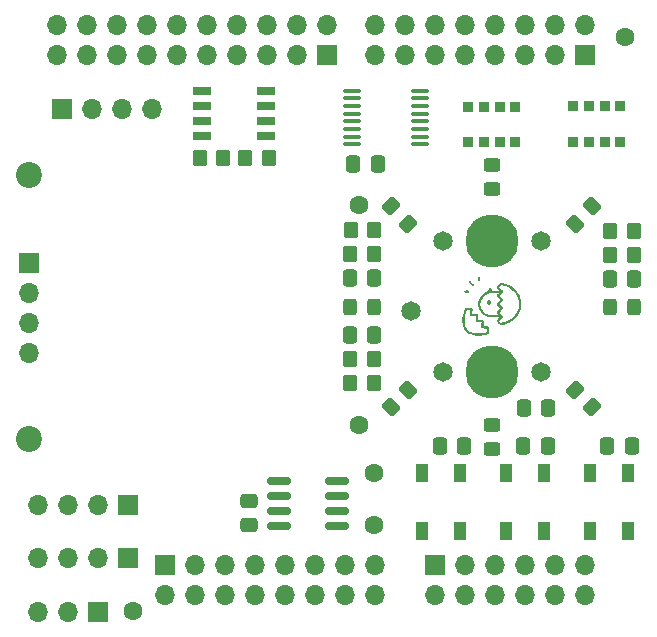
<source format=gbr>
%TF.GenerationSoftware,KiCad,Pcbnew,8.0.1*%
%TF.CreationDate,2024-05-22T13:21:10+02:00*%
%TF.ProjectId,FRDM-MCXx_Shield,4652444d-2d4d-4435-9878-5f536869656c,V2.0*%
%TF.SameCoordinates,Original*%
%TF.FileFunction,Soldermask,Top*%
%TF.FilePolarity,Negative*%
%FSLAX46Y46*%
G04 Gerber Fmt 4.6, Leading zero omitted, Abs format (unit mm)*
G04 Created by KiCad (PCBNEW 8.0.1) date 2024-05-22 13:21:10*
%MOMM*%
%LPD*%
G01*
G04 APERTURE LIST*
G04 Aperture macros list*
%AMRoundRect*
0 Rectangle with rounded corners*
0 $1 Rounding radius*
0 $2 $3 $4 $5 $6 $7 $8 $9 X,Y pos of 4 corners*
0 Add a 4 corners polygon primitive as box body*
4,1,4,$2,$3,$4,$5,$6,$7,$8,$9,$2,$3,0*
0 Add four circle primitives for the rounded corners*
1,1,$1+$1,$2,$3*
1,1,$1+$1,$4,$5*
1,1,$1+$1,$6,$7*
1,1,$1+$1,$8,$9*
0 Add four rect primitives between the rounded corners*
20,1,$1+$1,$2,$3,$4,$5,0*
20,1,$1+$1,$4,$5,$6,$7,0*
20,1,$1+$1,$6,$7,$8,$9,0*
20,1,$1+$1,$8,$9,$2,$3,0*%
G04 Aperture macros list end*
%ADD10C,0.000000*%
%ADD11RoundRect,0.250000X0.548008X0.088388X0.088388X0.548008X-0.548008X-0.088388X-0.088388X-0.548008X0*%
%ADD12R,1.000000X1.500000*%
%ADD13R,1.700000X1.700000*%
%ADD14O,1.700000X1.700000*%
%ADD15RoundRect,0.250000X0.088388X-0.548008X0.548008X-0.088388X-0.088388X0.548008X-0.548008X0.088388X0*%
%ADD16RoundRect,0.250000X-0.337500X-0.475000X0.337500X-0.475000X0.337500X0.475000X-0.337500X0.475000X0*%
%ADD17RoundRect,0.250000X-0.350000X-0.450000X0.350000X-0.450000X0.350000X0.450000X-0.350000X0.450000X0*%
%ADD18RoundRect,0.250000X0.337500X0.475000X-0.337500X0.475000X-0.337500X-0.475000X0.337500X-0.475000X0*%
%ADD19C,1.600000*%
%ADD20RoundRect,0.250000X-0.325000X-0.450000X0.325000X-0.450000X0.325000X0.450000X-0.325000X0.450000X0*%
%ADD21R,0.900000X0.900000*%
%ADD22RoundRect,0.250000X0.350000X0.450000X-0.350000X0.450000X-0.350000X-0.450000X0.350000X-0.450000X0*%
%ADD23RoundRect,0.150000X0.825000X0.150000X-0.825000X0.150000X-0.825000X-0.150000X0.825000X-0.150000X0*%
%ADD24RoundRect,0.250000X0.475000X-0.337500X0.475000X0.337500X-0.475000X0.337500X-0.475000X-0.337500X0*%
%ADD25RoundRect,0.250000X-0.548008X-0.088388X-0.088388X-0.548008X0.548008X0.088388X0.088388X0.548008X0*%
%ADD26RoundRect,0.250000X0.325000X0.450000X-0.325000X0.450000X-0.325000X-0.450000X0.325000X-0.450000X0*%
%ADD27C,1.650000*%
%ADD28C,4.500000*%
%ADD29C,2.200000*%
%ADD30R,1.525000X0.650000*%
%ADD31RoundRect,0.250000X-0.450000X0.325000X-0.450000X-0.325000X0.450000X-0.325000X0.450000X0.325000X0*%
%ADD32RoundRect,0.250000X0.450000X-0.325000X0.450000X0.325000X-0.450000X0.325000X-0.450000X-0.325000X0*%
%ADD33RoundRect,0.250000X-0.088388X0.548008X-0.548008X0.088388X0.088388X-0.548008X0.548008X-0.088388X0*%
%ADD34RoundRect,0.100000X0.637500X0.100000X-0.637500X0.100000X-0.637500X-0.100000X0.637500X-0.100000X0*%
G04 APERTURE END LIST*
D10*
%TO.C,G\u002A\u002A\u002A*%
G36*
X168324036Y-90369015D02*
G01*
X168375731Y-90389094D01*
X168419581Y-90424931D01*
X168452591Y-90475510D01*
X168458901Y-90490586D01*
X168471285Y-90546199D01*
X168467379Y-90598379D01*
X168449629Y-90645436D01*
X168420477Y-90685681D01*
X168382369Y-90717423D01*
X168337748Y-90738974D01*
X168289060Y-90748645D01*
X168238747Y-90744745D01*
X168189255Y-90725585D01*
X168143029Y-90689475D01*
X168130794Y-90675722D01*
X168100784Y-90625330D01*
X168087657Y-90571327D01*
X168090849Y-90517133D01*
X168109797Y-90466170D01*
X168143937Y-90421859D01*
X168192708Y-90387623D01*
X168209107Y-90380181D01*
X168267496Y-90365706D01*
X168324036Y-90369015D01*
G37*
G36*
X166564659Y-89584431D02*
G01*
X166575550Y-89599354D01*
X166589713Y-89637892D01*
X166584977Y-89675945D01*
X166561402Y-89711141D01*
X166532911Y-89739631D01*
X166400096Y-89739631D01*
X166383173Y-89739591D01*
X166322458Y-89738291D01*
X166277639Y-89734483D01*
X166245844Y-89727252D01*
X166224203Y-89715683D01*
X166209841Y-89698862D01*
X166199889Y-89675874D01*
X166197643Y-89668678D01*
X166193371Y-89639534D01*
X166200421Y-89611962D01*
X166206094Y-89599285D01*
X166217197Y-89581831D01*
X166232448Y-89569569D01*
X166254913Y-89561600D01*
X166287659Y-89557024D01*
X166333752Y-89554938D01*
X166396260Y-89554443D01*
X166539426Y-89554443D01*
X166564659Y-89584431D01*
G37*
G36*
X167505066Y-88403735D02*
G01*
X167530456Y-88432477D01*
X167530725Y-88432982D01*
X167536998Y-88452260D01*
X167541272Y-88483683D01*
X167543761Y-88529686D01*
X167544682Y-88592702D01*
X167545072Y-88727470D01*
X167516582Y-88755960D01*
X167498051Y-88771141D01*
X167461210Y-88784945D01*
X167423725Y-88779885D01*
X167388375Y-88755960D01*
X167359884Y-88727470D01*
X167359884Y-88584949D01*
X167359897Y-88562016D01*
X167360208Y-88512810D01*
X167361310Y-88478350D01*
X167363692Y-88455183D01*
X167367843Y-88439855D01*
X167374253Y-88428912D01*
X167383412Y-88418901D01*
X167397203Y-88407189D01*
X167433596Y-88390644D01*
X167471165Y-88389642D01*
X167505066Y-88403735D01*
G37*
G36*
X166634955Y-88731353D02*
G01*
X166646997Y-88732558D01*
X166659182Y-88736519D01*
X166673446Y-88744823D01*
X166691727Y-88759057D01*
X166715960Y-88780809D01*
X166748083Y-88811667D01*
X166790033Y-88853217D01*
X166843745Y-88907048D01*
X166854727Y-88918081D01*
X166906078Y-88969878D01*
X166945454Y-89010233D01*
X166974436Y-89041065D01*
X166994603Y-89064294D01*
X167007538Y-89081839D01*
X167014820Y-89095620D01*
X167018030Y-89107557D01*
X167018749Y-89119568D01*
X167014868Y-89146042D01*
X166995782Y-89180654D01*
X166964450Y-89204454D01*
X166925010Y-89213307D01*
X166922685Y-89213290D01*
X166910833Y-89212228D01*
X166898699Y-89208381D01*
X166884364Y-89200169D01*
X166865908Y-89186011D01*
X166841413Y-89164326D01*
X166808957Y-89133534D01*
X166766623Y-89092053D01*
X166712490Y-89038304D01*
X166687645Y-89013551D01*
X166639310Y-88965154D01*
X166602570Y-88927684D01*
X166575837Y-88899204D01*
X166557525Y-88877778D01*
X166546045Y-88861468D01*
X166539811Y-88848339D01*
X166537234Y-88836454D01*
X166536728Y-88823875D01*
X166539534Y-88798935D01*
X166556860Y-88763145D01*
X166587683Y-88739699D01*
X166629317Y-88731287D01*
X166634955Y-88731353D01*
G37*
G36*
X166395371Y-91008918D02*
G01*
X166396801Y-91008981D01*
X166452818Y-91011453D01*
X166502070Y-91013714D01*
X166589446Y-91017830D01*
X166660211Y-91021438D01*
X166716292Y-91024766D01*
X166759613Y-91028037D01*
X166792099Y-91031480D01*
X166815677Y-91035319D01*
X166832270Y-91039780D01*
X166843806Y-91045089D01*
X166852208Y-91051472D01*
X166859403Y-91059155D01*
X166869621Y-91072568D01*
X166876343Y-91087538D01*
X166880010Y-91108230D01*
X166881419Y-91139231D01*
X166881371Y-91185129D01*
X166880808Y-91220048D01*
X166879165Y-91280751D01*
X166876814Y-91345399D01*
X166874061Y-91404831D01*
X166873880Y-91408283D01*
X166872068Y-91454176D01*
X166871602Y-91492257D01*
X166872465Y-91518646D01*
X166874639Y-91529464D01*
X166876001Y-91529876D01*
X166892331Y-91531876D01*
X166924304Y-91534545D01*
X166968933Y-91537667D01*
X167023226Y-91541031D01*
X167084194Y-91544422D01*
X167099263Y-91545234D01*
X167160350Y-91548920D01*
X167215063Y-91552824D01*
X167260126Y-91556674D01*
X167292265Y-91560197D01*
X167308204Y-91563118D01*
X167327396Y-91575552D01*
X167346377Y-91596716D01*
X167348911Y-91600807D01*
X167353653Y-91611164D01*
X167356874Y-91624920D01*
X167358644Y-91644751D01*
X167359031Y-91673336D01*
X167358105Y-91713352D01*
X167355933Y-91767475D01*
X167352585Y-91838383D01*
X167351135Y-91868476D01*
X167348373Y-91928194D01*
X167346149Y-91979630D01*
X167344576Y-92019989D01*
X167343766Y-92046472D01*
X167343831Y-92056284D01*
X167344992Y-92056513D01*
X167360431Y-92057818D01*
X167391541Y-92059880D01*
X167435444Y-92062525D01*
X167489264Y-92065577D01*
X167550124Y-92068861D01*
X167565828Y-92069715D01*
X167627755Y-92073613D01*
X167683697Y-92077940D01*
X167730283Y-92082382D01*
X167764138Y-92086627D01*
X167781890Y-92090361D01*
X167782588Y-92090636D01*
X167800528Y-92099211D01*
X167814169Y-92110470D01*
X167823904Y-92126808D01*
X167830129Y-92150617D01*
X167833240Y-92184289D01*
X167833632Y-92230216D01*
X167831701Y-92290792D01*
X167827842Y-92368408D01*
X167826563Y-92392509D01*
X167823611Y-92451907D01*
X167821338Y-92503296D01*
X167819856Y-92543815D01*
X167819273Y-92570599D01*
X167819699Y-92580785D01*
X167821205Y-92581169D01*
X167837549Y-92582845D01*
X167869472Y-92585223D01*
X167914092Y-92588113D01*
X167968522Y-92591324D01*
X168029880Y-92594666D01*
X168048170Y-92595662D01*
X168110074Y-92599622D01*
X168165716Y-92604048D01*
X168211793Y-92608624D01*
X168244999Y-92613032D01*
X168262033Y-92616955D01*
X168281589Y-92630373D01*
X168300722Y-92653338D01*
X168304831Y-92660478D01*
X168308348Y-92666966D01*
X168310877Y-92674382D01*
X168312425Y-92685042D01*
X168312997Y-92701264D01*
X168312598Y-92725368D01*
X168311234Y-92759669D01*
X168308909Y-92806488D01*
X168305630Y-92868141D01*
X168301401Y-92946946D01*
X168298247Y-93004135D01*
X168294187Y-93069642D01*
X168290339Y-93119677D01*
X168286442Y-93156587D01*
X168282232Y-93182717D01*
X168277449Y-93200413D01*
X168271831Y-93212020D01*
X168266215Y-93219509D01*
X168253269Y-93231134D01*
X168233957Y-93242012D01*
X168205735Y-93253081D01*
X168166057Y-93265280D01*
X168112379Y-93279551D01*
X168042156Y-93296832D01*
X167977880Y-93311665D01*
X167775838Y-93349674D01*
X167581147Y-93373060D01*
X167394540Y-93381932D01*
X167216745Y-93376401D01*
X167048495Y-93356575D01*
X166890520Y-93322565D01*
X166743551Y-93274480D01*
X166608320Y-93212429D01*
X166485556Y-93136523D01*
X166375992Y-93046871D01*
X166360932Y-93032438D01*
X166266871Y-92926970D01*
X166187678Y-92809292D01*
X166123464Y-92679882D01*
X166074340Y-92539216D01*
X166040416Y-92387771D01*
X166021803Y-92226022D01*
X166019463Y-92100180D01*
X166209823Y-92100180D01*
X166216312Y-92252488D01*
X166236423Y-92395634D01*
X166270146Y-92528413D01*
X166317470Y-92649619D01*
X166378387Y-92758048D01*
X166391352Y-92776905D01*
X166470666Y-92872453D01*
X166565542Y-92958012D01*
X166674081Y-93031821D01*
X166780775Y-93084917D01*
X166905037Y-93128525D01*
X167041910Y-93160549D01*
X167189724Y-93180836D01*
X167346808Y-93189231D01*
X167511490Y-93185577D01*
X167682101Y-93169721D01*
X167856968Y-93141508D01*
X167883308Y-93136225D01*
X167933367Y-93125553D01*
X167983220Y-93114247D01*
X168029091Y-93103225D01*
X168067205Y-93093409D01*
X168093785Y-93085718D01*
X168105056Y-93081072D01*
X168105558Y-93078778D01*
X168107197Y-93061091D01*
X168109329Y-93028960D01*
X168111733Y-92985895D01*
X168114189Y-92935406D01*
X168120661Y-92792924D01*
X168044858Y-92787058D01*
X168040038Y-92786693D01*
X167998829Y-92783921D01*
X167945479Y-92780749D01*
X167886355Y-92777541D01*
X167827820Y-92774660D01*
X167686584Y-92768126D01*
X167653578Y-92735121D01*
X167620572Y-92702115D01*
X167626587Y-92597600D01*
X167628218Y-92569111D01*
X167631782Y-92506156D01*
X167635508Y-92439629D01*
X167638813Y-92379904D01*
X167645024Y-92266724D01*
X167548751Y-92260703D01*
X167513894Y-92258578D01*
X167454420Y-92255095D01*
X167390733Y-92251492D01*
X167331744Y-92248281D01*
X167294348Y-92246194D01*
X167254627Y-92243247D01*
X167227469Y-92239535D01*
X167208804Y-92234153D01*
X167194561Y-92226200D01*
X167180669Y-92214773D01*
X167178264Y-92212623D01*
X167168502Y-92203348D01*
X167161037Y-92193576D01*
X167155695Y-92180937D01*
X167152301Y-92163058D01*
X167150682Y-92137567D01*
X167150663Y-92102091D01*
X167152072Y-92054260D01*
X167154733Y-91991700D01*
X167158473Y-91912039D01*
X167166616Y-91740357D01*
X167080499Y-91734401D01*
X167039500Y-91731749D01*
X166983477Y-91728426D01*
X166922447Y-91725035D01*
X166863909Y-91722008D01*
X166814912Y-91719416D01*
X166776059Y-91716552D01*
X166749419Y-91712935D01*
X166731184Y-91707797D01*
X166717543Y-91700369D01*
X166704687Y-91689882D01*
X166695627Y-91681497D01*
X166687337Y-91671712D01*
X166681300Y-91659582D01*
X166677319Y-91642660D01*
X166675197Y-91618498D01*
X166674736Y-91584651D01*
X166675739Y-91538671D01*
X166678008Y-91478110D01*
X166681345Y-91400523D01*
X166689496Y-91214407D01*
X166622637Y-91208094D01*
X166578327Y-91204919D01*
X166525627Y-91202616D01*
X166476290Y-91201711D01*
X166396801Y-91201642D01*
X166366305Y-91285920D01*
X166320283Y-91423430D01*
X166272186Y-91600335D01*
X166237750Y-91772898D01*
X166216966Y-91939915D01*
X166209823Y-92100180D01*
X166019463Y-92100180D01*
X166018612Y-92054446D01*
X166030955Y-91873520D01*
X166058941Y-91683720D01*
X166061410Y-91670625D01*
X166077402Y-91594929D01*
X166096865Y-91514818D01*
X166118943Y-91432896D01*
X166142778Y-91351768D01*
X166167516Y-91274039D01*
X166192298Y-91202314D01*
X166216268Y-91139196D01*
X166238570Y-91087292D01*
X166258347Y-91049206D01*
X166274742Y-91027542D01*
X166282901Y-91020667D01*
X166293265Y-91014051D01*
X166306342Y-91009871D01*
X166325485Y-91007824D01*
X166354044Y-91007607D01*
X166395371Y-91008918D01*
G37*
G36*
X169308944Y-88918204D02*
G01*
X169324154Y-88919529D01*
X169376602Y-88924097D01*
X169466711Y-88939134D01*
X169565888Y-88961876D01*
X169669998Y-88991148D01*
X169774909Y-89025773D01*
X169876485Y-89064577D01*
X169970591Y-89106383D01*
X170135362Y-89195484D01*
X170291820Y-89300502D01*
X170434843Y-89418395D01*
X170563782Y-89548269D01*
X170677986Y-89689231D01*
X170776806Y-89840387D01*
X170859593Y-90000843D01*
X170925695Y-90169706D01*
X170974463Y-90346083D01*
X171005248Y-90529078D01*
X171007211Y-90549721D01*
X171010017Y-90609532D01*
X171010421Y-90680379D01*
X171008607Y-90756454D01*
X171004758Y-90831950D01*
X170999058Y-90901059D01*
X170991690Y-90957973D01*
X170963166Y-91096244D01*
X170910384Y-91269853D01*
X170840036Y-91435094D01*
X170752032Y-91592142D01*
X170646283Y-91741173D01*
X170522701Y-91882364D01*
X170500421Y-91905212D01*
X170401377Y-92000249D01*
X170303799Y-92081909D01*
X170202557Y-92153908D01*
X170092523Y-92219961D01*
X169968566Y-92283784D01*
X169867400Y-92329660D01*
X169700003Y-92392212D01*
X169530927Y-92438221D01*
X169355689Y-92469042D01*
X169323636Y-92473049D01*
X169296976Y-92474748D01*
X169273687Y-92472650D01*
X169251326Y-92465318D01*
X169227451Y-92451318D01*
X169199622Y-92429214D01*
X169165395Y-92397572D01*
X169122329Y-92354955D01*
X169067983Y-92299928D01*
X169036909Y-92268349D01*
X168997746Y-92228131D01*
X168969438Y-92197959D01*
X168950225Y-92175505D01*
X168938346Y-92158442D01*
X168932041Y-92144443D01*
X168929549Y-92131179D01*
X168929109Y-92116324D01*
X168929528Y-92101379D01*
X168932129Y-92087230D01*
X168938861Y-92072655D01*
X168951674Y-92054999D01*
X168972514Y-92031610D01*
X169003330Y-91999832D01*
X169046070Y-91957014D01*
X169076024Y-91926889D01*
X169110687Y-91891315D01*
X169138255Y-91862186D01*
X169156459Y-91841911D01*
X169163031Y-91832896D01*
X169162430Y-91832475D01*
X169148498Y-91830853D01*
X169117685Y-91829369D01*
X169072083Y-91828062D01*
X169013783Y-91826973D01*
X168944877Y-91826145D01*
X168867457Y-91825618D01*
X168783613Y-91825433D01*
X168780177Y-91825433D01*
X168669903Y-91825228D01*
X168576742Y-91824518D01*
X168498380Y-91823133D01*
X168432505Y-91820902D01*
X168376806Y-91817655D01*
X168328970Y-91813222D01*
X168286684Y-91807433D01*
X168247637Y-91800116D01*
X168209516Y-91791101D01*
X168170009Y-91780219D01*
X168153078Y-91775162D01*
X168018663Y-91723865D01*
X167892647Y-91655941D01*
X167776453Y-91572856D01*
X167671506Y-91476073D01*
X167579231Y-91367057D01*
X167501052Y-91247271D01*
X167438394Y-91118180D01*
X167392681Y-90981249D01*
X167390838Y-90974080D01*
X167369522Y-90859123D01*
X167360469Y-90736180D01*
X167362599Y-90649800D01*
X167548165Y-90649800D01*
X167549786Y-90780218D01*
X167569614Y-90906974D01*
X167606549Y-91028554D01*
X167659491Y-91143444D01*
X167727341Y-91250131D01*
X167808999Y-91347102D01*
X167903365Y-91432842D01*
X168009338Y-91505840D01*
X168125820Y-91564580D01*
X168251711Y-91607551D01*
X168266229Y-91611378D01*
X168289839Y-91617270D01*
X168312331Y-91622051D01*
X168335998Y-91625868D01*
X168363127Y-91628868D01*
X168396009Y-91631195D01*
X168436935Y-91632996D01*
X168488193Y-91634417D01*
X168552074Y-91635605D01*
X168630868Y-91636704D01*
X168726864Y-91637862D01*
X168746835Y-91638086D01*
X168829164Y-91638772D01*
X168904577Y-91639032D01*
X168970979Y-91638883D01*
X169026273Y-91638343D01*
X169068363Y-91637431D01*
X169095154Y-91636166D01*
X169104551Y-91634565D01*
X169104406Y-91633973D01*
X169096158Y-91622717D01*
X169077088Y-91600957D01*
X169049783Y-91571559D01*
X169016830Y-91537386D01*
X168985873Y-91505581D01*
X168959481Y-91477154D01*
X168942843Y-91456320D01*
X168933724Y-91439729D01*
X168929891Y-91424035D01*
X168929109Y-91405887D01*
X168929480Y-91392407D01*
X168931745Y-91379613D01*
X168937604Y-91366114D01*
X168948752Y-91349728D01*
X168966888Y-91328275D01*
X168993706Y-91299572D01*
X169030906Y-91261439D01*
X169080184Y-91211694D01*
X169099677Y-91191988D01*
X169141766Y-91148891D01*
X169177949Y-91111088D01*
X169206245Y-91080692D01*
X169224675Y-91059815D01*
X169231258Y-91050567D01*
X169229997Y-91048138D01*
X169218059Y-91033613D01*
X169195128Y-91008369D01*
X169163186Y-90974518D01*
X169124211Y-90934171D01*
X169080184Y-90889441D01*
X169031884Y-90840693D01*
X168994440Y-90802345D01*
X168967411Y-90773474D01*
X168949099Y-90751897D01*
X168937809Y-90735427D01*
X168931845Y-90721880D01*
X168929511Y-90709070D01*
X168929109Y-90694811D01*
X168929487Y-90680849D01*
X168931759Y-90668030D01*
X168937624Y-90654523D01*
X168948776Y-90638143D01*
X168966911Y-90616703D01*
X168993727Y-90588020D01*
X169030919Y-90549909D01*
X169080184Y-90500182D01*
X169099652Y-90480498D01*
X169141742Y-90437363D01*
X169177919Y-90399496D01*
X169206203Y-90369014D01*
X169224615Y-90348034D01*
X169231175Y-90338673D01*
X169229934Y-90336244D01*
X169218023Y-90321687D01*
X169195099Y-90296428D01*
X169163146Y-90262584D01*
X169124151Y-90222273D01*
X169080101Y-90177611D01*
X169035811Y-90133019D01*
X168997290Y-90093709D01*
X168969366Y-90064066D01*
X168950335Y-90041917D01*
X168938496Y-90025086D01*
X168932146Y-90011401D01*
X168929585Y-89998689D01*
X168929109Y-89984774D01*
X168929426Y-89972623D01*
X168932191Y-89956262D01*
X168939708Y-89939889D01*
X168954235Y-89920058D01*
X168978029Y-89893328D01*
X169013346Y-89856254D01*
X169097583Y-89768871D01*
X168751461Y-89768871D01*
X168658353Y-89769049D01*
X168565776Y-89769844D01*
X168488126Y-89771504D01*
X168422949Y-89774271D01*
X168367786Y-89778388D01*
X168320184Y-89784099D01*
X168277685Y-89791646D01*
X168237834Y-89801272D01*
X168198174Y-89813219D01*
X168156250Y-89827732D01*
X168107286Y-89847086D01*
X168005854Y-89899308D01*
X167910551Y-89966529D01*
X167817981Y-90050990D01*
X167728812Y-90153853D01*
X167656939Y-90264319D01*
X167603128Y-90381876D01*
X167567153Y-90507020D01*
X167548785Y-90640250D01*
X167548165Y-90649800D01*
X167362599Y-90649800D01*
X167363552Y-90611135D01*
X167378645Y-90489872D01*
X167405622Y-90378273D01*
X167423021Y-90326749D01*
X167482772Y-90189363D01*
X167558100Y-90063531D01*
X167648537Y-89949795D01*
X167753611Y-89848696D01*
X167872854Y-89760775D01*
X168005796Y-89686575D01*
X168110763Y-89636089D01*
X168213242Y-89495362D01*
X168241533Y-89456945D01*
X168274819Y-89412842D01*
X168303976Y-89375386D01*
X168326604Y-89347650D01*
X168340304Y-89332705D01*
X168353328Y-89322943D01*
X168389685Y-89310658D01*
X168427326Y-89316175D01*
X168462016Y-89339265D01*
X168468945Y-89346320D01*
X168479279Y-89358961D01*
X168485637Y-89373281D01*
X168488985Y-89393732D01*
X168490286Y-89424770D01*
X168490506Y-89470846D01*
X168490506Y-89573937D01*
X168833301Y-89573937D01*
X169097583Y-89573937D01*
X169176097Y-89573937D01*
X169052603Y-89448163D01*
X169047874Y-89443345D01*
X169005160Y-89399606D01*
X168974141Y-89366920D01*
X168952949Y-89342754D01*
X168939718Y-89324575D01*
X168932579Y-89309849D01*
X168929665Y-89296041D01*
X168929109Y-89280620D01*
X168929117Y-89277675D01*
X168929220Y-89275612D01*
X169152981Y-89275612D01*
X169309080Y-89432752D01*
X169315958Y-89439677D01*
X169364558Y-89488744D01*
X169401265Y-89526407D01*
X169427747Y-89554800D01*
X169445672Y-89576056D01*
X169456710Y-89592310D01*
X169462528Y-89605696D01*
X169464795Y-89618347D01*
X169465180Y-89632397D01*
X169464802Y-89646382D01*
X169462529Y-89659202D01*
X169456665Y-89672709D01*
X169445512Y-89689089D01*
X169427377Y-89710528D01*
X169400561Y-89739210D01*
X169363369Y-89777321D01*
X169314105Y-89827046D01*
X169294612Y-89846752D01*
X169252523Y-89889850D01*
X169216340Y-89927652D01*
X169188044Y-89958048D01*
X169169614Y-89978925D01*
X169163031Y-89988173D01*
X169164292Y-89990602D01*
X169176230Y-90005127D01*
X169199161Y-90030372D01*
X169231103Y-90064223D01*
X169270078Y-90104569D01*
X169314105Y-90149300D01*
X169331554Y-90166892D01*
X169377170Y-90213259D01*
X169411121Y-90248728D01*
X169435099Y-90275394D01*
X169450801Y-90295346D01*
X169459918Y-90310678D01*
X169464147Y-90323480D01*
X169465180Y-90335844D01*
X169465152Y-90338276D01*
X169462649Y-90357394D01*
X169455005Y-90377761D01*
X169440684Y-90401366D01*
X169418149Y-90430200D01*
X169385863Y-90466250D01*
X169342291Y-90511507D01*
X169285896Y-90567958D01*
X169251006Y-90602907D01*
X169215861Y-90639029D01*
X169187998Y-90668699D01*
X169169644Y-90689535D01*
X169163031Y-90699156D01*
X169164286Y-90701645D01*
X169176217Y-90716311D01*
X169199145Y-90741680D01*
X169231090Y-90775633D01*
X169270070Y-90816050D01*
X169314105Y-90860812D01*
X169346366Y-90893360D01*
X169388094Y-90935913D01*
X169418736Y-90968207D01*
X169439992Y-90992379D01*
X169453563Y-91010564D01*
X169461151Y-91024899D01*
X169464456Y-91037522D01*
X169465180Y-91050567D01*
X169464942Y-91058839D01*
X169462814Y-91071370D01*
X169457048Y-91084806D01*
X169445942Y-91101282D01*
X169427796Y-91122935D01*
X169400909Y-91151902D01*
X169363579Y-91190319D01*
X169314105Y-91240323D01*
X169294592Y-91260048D01*
X169252508Y-91303120D01*
X169216331Y-91340880D01*
X169188039Y-91371219D01*
X169169613Y-91392030D01*
X169163031Y-91401205D01*
X169164333Y-91403669D01*
X169176331Y-91418244D01*
X169199278Y-91443563D01*
X169231204Y-91477516D01*
X169270137Y-91517993D01*
X169314105Y-91562884D01*
X169362454Y-91611586D01*
X169407658Y-91658126D01*
X169440168Y-91695783D01*
X169459949Y-91727484D01*
X169466964Y-91756159D01*
X169461179Y-91784736D01*
X169442557Y-91816143D01*
X169411063Y-91853310D01*
X169366661Y-91899163D01*
X169309316Y-91956633D01*
X169153452Y-92113536D01*
X169239429Y-92199114D01*
X169325406Y-92284693D01*
X169448958Y-92259676D01*
X169473195Y-92254605D01*
X169648687Y-92207792D01*
X169815639Y-92145505D01*
X169973117Y-92068693D01*
X170120186Y-91978305D01*
X170255908Y-91875288D01*
X170379350Y-91760592D01*
X170489575Y-91635164D01*
X170585647Y-91499954D01*
X170666631Y-91355910D01*
X170731592Y-91203979D01*
X170779593Y-91045112D01*
X170809699Y-90880255D01*
X170810761Y-90870958D01*
X170814547Y-90821424D01*
X170817043Y-90760767D01*
X170818191Y-90695098D01*
X170817936Y-90630525D01*
X170816219Y-90573162D01*
X170812983Y-90529117D01*
X170807635Y-90491099D01*
X170794600Y-90422211D01*
X170777253Y-90347079D01*
X170757305Y-90272913D01*
X170736468Y-90206922D01*
X170716191Y-90152050D01*
X170645035Y-89996277D01*
X170557646Y-89849960D01*
X170455063Y-89713941D01*
X170338326Y-89589066D01*
X170208476Y-89476179D01*
X170066552Y-89376124D01*
X169913595Y-89289745D01*
X169750644Y-89217888D01*
X169578740Y-89161395D01*
X169398922Y-89121112D01*
X169324154Y-89108110D01*
X169238568Y-89191861D01*
X169152981Y-89275612D01*
X168929220Y-89275612D01*
X168929781Y-89264407D01*
X168932696Y-89251947D01*
X168939510Y-89238212D01*
X168951870Y-89221116D01*
X168971425Y-89198575D01*
X168999822Y-89168505D01*
X169038710Y-89128822D01*
X169089735Y-89077441D01*
X169250361Y-88916032D01*
X169308944Y-88918204D01*
G37*
%TD*%
D11*
%TO.C,D2*%
X161456609Y-83891610D03*
X160007041Y-82442042D03*
%TD*%
D12*
%TO.C,D14*%
X165820000Y-105030000D03*
X162620000Y-105030000D03*
X162620000Y-109930000D03*
X165820000Y-109930000D03*
%TD*%
D13*
%TO.C,J5*%
X129320000Y-87240000D03*
D14*
X129320000Y-89780000D03*
X129320000Y-92320000D03*
X129320000Y-94860000D03*
%TD*%
D12*
%TO.C,D16*%
X180050000Y-105030000D03*
X176850000Y-105030000D03*
X176850000Y-109930000D03*
X180050000Y-109930000D03*
%TD*%
D15*
%TO.C,D4*%
X175563390Y-83891610D03*
X177012958Y-82442042D03*
%TD*%
D16*
%TO.C,C7*%
X171195000Y-102730000D03*
X173270000Y-102730000D03*
%TD*%
D17*
%TO.C,R4*%
X156530000Y-86470000D03*
X158530000Y-86470000D03*
%TD*%
D18*
%TO.C,C3*%
X180587500Y-88570000D03*
X178512500Y-88570000D03*
%TD*%
D19*
%TO.C,TP5*%
X158530000Y-104990000D03*
%TD*%
D20*
%TO.C,D5*%
X178485000Y-90945000D03*
X180535000Y-90945000D03*
%TD*%
D19*
%TO.C,TP2*%
X157250000Y-100960000D03*
%TD*%
D21*
%TO.C,RN2*%
X166510000Y-77000000D03*
X167850000Y-77000000D03*
X169170000Y-77000000D03*
X170510000Y-77000000D03*
X170510000Y-74000000D03*
X169170000Y-74000000D03*
X167850000Y-74000000D03*
X166510000Y-74000000D03*
%TD*%
D18*
%TO.C,C2*%
X173307500Y-99520000D03*
X171232500Y-99520000D03*
%TD*%
D19*
%TO.C,TP3*%
X157260000Y-82300000D03*
%TD*%
D16*
%TO.C,C4*%
X156472500Y-93330000D03*
X158547500Y-93330000D03*
%TD*%
D13*
%TO.C,J6*%
X137700000Y-107700000D03*
D14*
X135160000Y-107700000D03*
X132620000Y-107700000D03*
X130080000Y-107700000D03*
%TD*%
D22*
%TO.C,R1*%
X180550000Y-86540000D03*
X178550000Y-86540000D03*
%TD*%
D17*
%TO.C,R3*%
X156510000Y-95360000D03*
X158510000Y-95360000D03*
%TD*%
D16*
%TO.C,C8*%
X178302500Y-102720000D03*
X180377500Y-102720000D03*
%TD*%
D13*
%TO.C,J7*%
X137700000Y-112200000D03*
D14*
X135160000Y-112200000D03*
X132620000Y-112200000D03*
X130080000Y-112200000D03*
%TD*%
D23*
%TO.C,U3*%
X155405000Y-109500000D03*
X155405000Y-108230000D03*
X155405000Y-106960000D03*
X155405000Y-105690000D03*
X150455000Y-105690000D03*
X150455000Y-106960000D03*
X150455000Y-108230000D03*
X150455000Y-109500000D03*
%TD*%
D13*
%TO.C,M1*%
X135140000Y-116760000D03*
D14*
X132600000Y-116760000D03*
X130060000Y-116760000D03*
%TD*%
D22*
%TO.C,R7*%
X149620000Y-78350000D03*
X147620000Y-78350000D03*
%TD*%
D24*
%TO.C,C12*%
X147960000Y-109452500D03*
X147960000Y-107377500D03*
%TD*%
D25*
%TO.C,D6*%
X175563390Y-97998391D03*
X177012958Y-99447959D03*
%TD*%
D26*
%TO.C,D1*%
X158535000Y-90945000D03*
X156485000Y-90945000D03*
%TD*%
D16*
%TO.C,C1*%
X156762500Y-78890000D03*
X158837500Y-78890000D03*
%TD*%
D27*
%TO.C,SW1*%
X164380000Y-96480000D03*
X164380000Y-85380000D03*
X172680000Y-96480000D03*
X172680000Y-85380000D03*
X161680000Y-91330000D03*
D28*
X168530000Y-96480000D03*
X168530000Y-85380000D03*
%TD*%
D17*
%TO.C,R8*%
X143780000Y-78360000D03*
X145780000Y-78360000D03*
%TD*%
D12*
%TO.C,D15*%
X172920000Y-105030000D03*
X169720000Y-105030000D03*
X169720000Y-109930000D03*
X172920000Y-109930000D03*
%TD*%
D29*
%TO.C,H2*%
X129340000Y-102100000D03*
%TD*%
D22*
%TO.C,R5*%
X158510000Y-97370000D03*
X156510000Y-97370000D03*
%TD*%
D17*
%TO.C,R2*%
X178560000Y-84540000D03*
X180560000Y-84540000D03*
%TD*%
D21*
%TO.C,RN3*%
X175410000Y-76970000D03*
X176750000Y-76970000D03*
X178070000Y-76970000D03*
X179410000Y-76970000D03*
X179410000Y-73970000D03*
X178070000Y-73970000D03*
X176750000Y-73970000D03*
X175410000Y-73970000D03*
%TD*%
D30*
%TO.C,U2*%
X144008000Y-72645000D03*
X144008000Y-73915000D03*
X144008000Y-75185000D03*
X144008000Y-76455000D03*
X149432000Y-76455000D03*
X149432000Y-75185000D03*
X149432000Y-73915000D03*
X149432000Y-72645000D03*
%TD*%
D31*
%TO.C,D7*%
X168510000Y-100920000D03*
X168510000Y-102970000D03*
%TD*%
D16*
%TO.C,C5*%
X156492500Y-88500000D03*
X158567500Y-88500000D03*
%TD*%
D22*
%TO.C,R6*%
X158560000Y-84470000D03*
X156560000Y-84470000D03*
%TD*%
D19*
%TO.C,TP4*%
X138100000Y-116700000D03*
%TD*%
D32*
%TO.C,D3*%
X168510000Y-80970000D03*
X168510000Y-78920000D03*
%TD*%
D13*
%TO.C,J8*%
X132100000Y-74160000D03*
D14*
X134640000Y-74160000D03*
X137180000Y-74160000D03*
X139720000Y-74160000D03*
%TD*%
D33*
%TO.C,D8*%
X161456609Y-97998391D03*
X160007041Y-99447959D03*
%TD*%
D19*
%TO.C,TP1*%
X179800000Y-68100000D03*
%TD*%
D16*
%TO.C,C6*%
X164105000Y-102720000D03*
X166180000Y-102720000D03*
%TD*%
D34*
%TO.C,U1*%
X162442500Y-77175000D03*
X162442500Y-76525000D03*
X162442500Y-75875000D03*
X162442500Y-75225000D03*
X162442500Y-74575000D03*
X162442500Y-73925000D03*
X162442500Y-73275000D03*
X162442500Y-72625000D03*
X156717500Y-72625000D03*
X156717500Y-73275000D03*
X156717500Y-73925000D03*
X156717500Y-74575000D03*
X156717500Y-75225000D03*
X156717500Y-75875000D03*
X156717500Y-76525000D03*
X156717500Y-77175000D03*
%TD*%
D19*
%TO.C,TP6*%
X158530000Y-109420000D03*
%TD*%
D29*
%TO.C,H1*%
X129300000Y-79780000D03*
%TD*%
D13*
%TO.C,J3*%
X154540000Y-69630000D03*
D14*
X154540000Y-67090000D03*
X152000000Y-69630000D03*
X152000000Y-67090000D03*
X149460000Y-69630000D03*
X149460000Y-67090000D03*
X146920000Y-69630000D03*
X146920000Y-67090000D03*
X144380000Y-69630000D03*
X144380000Y-67090000D03*
X141840000Y-69630000D03*
X141840000Y-67090000D03*
X139300000Y-69630000D03*
X139300000Y-67090000D03*
X136760000Y-69630000D03*
X136760000Y-67090000D03*
X134220000Y-69630000D03*
X134220000Y-67090000D03*
X131680000Y-69630000D03*
X131680000Y-67090000D03*
%TD*%
D13*
%TO.C,J2*%
X163700000Y-112830000D03*
D14*
X163700000Y-115370000D03*
X166240000Y-112830000D03*
X166240000Y-115370000D03*
X168780000Y-112830000D03*
X168780000Y-115370000D03*
X171320000Y-112830000D03*
X171320000Y-115370000D03*
X173860000Y-112830000D03*
X173860000Y-115370000D03*
X176400000Y-112830000D03*
X176400000Y-115370000D03*
%TD*%
D13*
%TO.C,J4*%
X140830000Y-112840000D03*
D14*
X140830000Y-115380000D03*
X143370000Y-112840000D03*
X143370000Y-115380000D03*
X145910000Y-112840000D03*
X145910000Y-115380000D03*
X148450000Y-112840000D03*
X148450000Y-115380000D03*
X150990000Y-112840000D03*
X150990000Y-115380000D03*
X153530000Y-112840000D03*
X153530000Y-115380000D03*
X156070000Y-112840000D03*
X156070000Y-115380000D03*
X158610000Y-112840000D03*
X158610000Y-115380000D03*
%TD*%
D13*
%TO.C,J1*%
X176380000Y-69620000D03*
D14*
X176380000Y-67080000D03*
X173840000Y-69620000D03*
X173840000Y-67080000D03*
X171300000Y-69620000D03*
X171300000Y-67080000D03*
X168760000Y-69620000D03*
X168760000Y-67080000D03*
X166220000Y-69620000D03*
X166220000Y-67080000D03*
X163680000Y-69620000D03*
X163680000Y-67080000D03*
X161140000Y-69620000D03*
X161140000Y-67080000D03*
X158600000Y-69620000D03*
X158600000Y-67080000D03*
%TD*%
M02*

</source>
